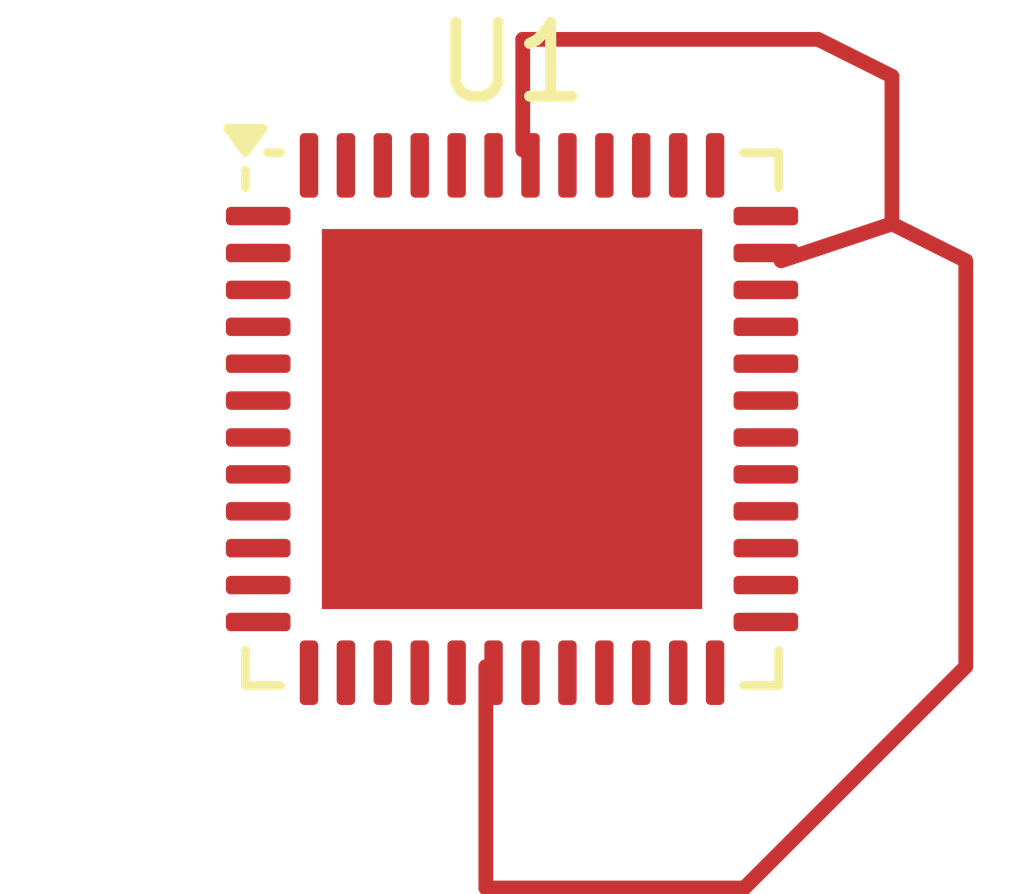
<source format=kicad_pcb>
(kicad_pcb (version 20240108) (generator "pcbnew") (generator_version "8.0")
  (layers (0 "F.Cu" signal) (31 "B.Cu" signal) (34 "B.Paste" user) (35 "F.Paste" user) (36 "B.SilkS" user "B.Silkscreen") (37 "F.SilkS" user "F.Silkscreen") (38 "B.Mask" user) (39 "F.Mask" user) (44 "Edge.Cuts" user))
  (net 0 "")
  (net 11 "Net-(U1-GND-Pad18)")
  (net 46 "+3.3V")
  (footprint "Package_DFN_QFN:QFN-48-1EP_7x7mm_P0.5mm_EP5.15x5.15mm" (layer "F.Cu") (at 85.355 75.645)
    (property "Reference" "U1" (at 0 -4.83 0) (layer "F.SilkS"))
    (property "Value" "ATSAMD21G17A-M")
    (fp_line (start -3.61 -3.135) (end -3.61 -3.37) (stroke (width 0.12)) (layer "F.SilkS"))
    (fp_line (start -3.61 3.61) (end -3.61 3.135) (stroke (width 0.12)) (layer "F.SilkS"))
    (fp_line (start -3.135 -3.61) (end -3.31 -3.61) (stroke (width 0.12)) (layer "F.SilkS"))
    (fp_line (start -3.135 3.61) (end -3.61 3.61) (stroke (width 0.12)) (layer "F.SilkS"))
    (fp_line (start 3.135 -3.61) (end 3.61 -3.61) (stroke (width 0.12)) (layer "F.SilkS"))
    (fp_line (start 3.135 3.61) (end 3.61 3.61) (stroke (width 0.12)) (layer "F.SilkS"))
    (fp_line (start 3.61 -3.61) (end 3.61 -3.135) (stroke (width 0.12)) (layer "F.SilkS"))
    (fp_line (start 3.61 3.61) (end 3.61 3.135) (stroke (width 0.12)) (layer "F.SilkS"))
    (fp_poly (pts (xy -3.61 -3.61) (xy -3.85 -3.94) (xy -3.37 -3.94) (xy -3.61 -3.61)) (stroke (width 0.12)) (fill solid) (layer "F.SilkS"))
    (pad "1" smd roundrect (at -3.4375 -2.75) (size 0.875 0.25) (layers "F.Cu" "F.Paste" "F.Mask"))
    (pad "2" smd roundrect (at -3.4375 -2.25) (size 0.875 0.25) (layers "F.Cu" "F.Paste" "F.Mask"))
    (pad "3" smd roundrect (at -3.4375 -1.75) (size 0.875 0.25) (layers "F.Cu" "F.Paste" "F.Mask"))
    (pad "4" smd roundrect (at -3.4375 -1.25) (size 0.875 0.25) (layers "F.Cu" "F.Paste" "F.Mask"))
    (pad "5" smd roundrect (at -3.4375 -0.75) (size 0.875 0.25) (layers "F.Cu" "F.Paste" "F.Mask"))
    (pad "6" smd roundrect (at -3.4375 -0.25) (size 0.875 0.25) (layers "F.Cu" "F.Paste" "F.Mask"))
    (pad "7" smd roundrect (at -3.4375 0.25) (size 0.875 0.25) (layers "F.Cu" "F.Paste" "F.Mask"))
    (pad "8" smd roundrect (at -3.4375 0.75) (size 0.875 0.25) (layers "F.Cu" "F.Paste" "F.Mask"))
    (pad "9" smd roundrect (at -3.4375 1.25) (size 0.875 0.25) (layers "F.Cu" "F.Paste" "F.Mask"))
    (pad "10" smd roundrect (at -3.4375 1.75) (size 0.875 0.25) (layers "F.Cu" "F.Paste" "F.Mask"))
    (pad "11" smd roundrect (at -3.4375 2.25) (size 0.875 0.25) (layers "F.Cu" "F.Paste" "F.Mask"))
    (pad "12" smd roundrect (at -3.4375 2.75) (size 0.875 0.25) (layers "F.Cu" "F.Paste" "F.Mask"))
    (pad "13" smd roundrect (at -2.75 3.4375) (size 0.25 0.875) (layers "F.Cu" "F.Paste" "F.Mask"))
    (pad "14" smd roundrect (at -2.25 3.4375) (size 0.25 0.875) (layers "F.Cu" "F.Paste" "F.Mask"))
    (pad "15" smd roundrect (at -1.75 3.4375) (size 0.25 0.875) (layers "F.Cu" "F.Paste" "F.Mask"))
    (pad "16" smd roundrect (at -1.25 3.4375) (size 0.25 0.875) (layers "F.Cu" "F.Paste" "F.Mask"))
    (pad "17" smd roundrect (at -0.75 3.4375) (size 0.25 0.875) (layers "F.Cu" "F.Paste" "F.Mask"))
    (pad "18" smd roundrect (at -0.25 3.4375) (size 0.25 0.875) (layers "F.Cu" "F.Paste" "F.Mask") (net 11 "Net-(U1-GND-Pad18)"))
    (pad "19" smd roundrect (at 0.25 3.4375) (size 0.25 0.875) (layers "F.Cu" "F.Paste" "F.Mask"))
    (pad "20" smd roundrect (at 0.75 3.4375) (size 0.25 0.875) (layers "F.Cu" "F.Paste" "F.Mask"))
    (pad "21" smd roundrect (at 1.25 3.4375) (size 0.25 0.875) (layers "F.Cu" "F.Paste" "F.Mask"))
    (pad "22" smd roundrect (at 1.75 3.4375) (size 0.25 0.875) (layers "F.Cu" "F.Paste" "F.Mask"))
    (pad "23" smd roundrect (at 2.25 3.4375) (size 0.25 0.875) (layers "F.Cu" "F.Paste" "F.Mask"))
    (pad "24" smd roundrect (at 2.75 3.4375) (size 0.25 0.875) (layers "F.Cu" "F.Paste" "F.Mask"))
    (pad "25" smd roundrect (at 3.4375 2.75) (size 0.875 0.25) (layers "F.Cu" "F.Paste" "F.Mask"))
    (pad "26" smd roundrect (at 3.4375 2.25) (size 0.875 0.25) (layers "F.Cu" "F.Paste" "F.Mask"))
    (pad "27" smd roundrect (at 3.4375 1.75) (size 0.875 0.25) (layers "F.Cu" "F.Paste" "F.Mask"))
    (pad "28" smd roundrect (at 3.4375 1.25) (size 0.875 0.25) (layers "F.Cu" "F.Paste" "F.Mask"))
    (pad "29" smd roundrect (at 3.4375 0.75) (size 0.875 0.25) (layers "F.Cu" "F.Paste" "F.Mask"))
    (pad "30" smd roundrect (at 3.4375 0.25) (size 0.875 0.25) (layers "F.Cu" "F.Paste" "F.Mask"))
    (pad "31" smd roundrect (at 3.4375 -0.25) (size 0.875 0.25) (layers "F.Cu" "F.Paste" "F.Mask"))
    (pad "32" smd roundrect (at 3.4375 -0.75) (size 0.875 0.25) (layers "F.Cu" "F.Paste" "F.Mask"))
    (pad "33" smd roundrect (at 3.4375 -1.25) (size 0.875 0.25) (layers "F.Cu" "F.Paste" "F.Mask"))
    (pad "34" smd roundrect (at 3.4375 -1.75) (size 0.875 0.25) (layers "F.Cu" "F.Paste" "F.Mask"))
    (pad "35" smd roundrect (at 3.4375 -2.25) (size 0.875 0.25) (layers "F.Cu" "F.Paste" "F.Mask") (net 11 "Net-(U1-GND-Pad18)"))
    (pad "36" smd roundrect (at 3.4375 -2.75) (size 0.875 0.25) (layers "F.Cu" "F.Paste" "F.Mask"))
    (pad "37" smd roundrect (at 2.75 -3.4375) (size 0.25 0.875) (layers "F.Cu" "F.Paste" "F.Mask"))
    (pad "38" smd roundrect (at 2.25 -3.4375) (size 0.25 0.875) (layers "F.Cu" "F.Paste" "F.Mask"))
    (pad "39" smd roundrect (at 1.75 -3.4375) (size 0.25 0.875) (layers "F.Cu" "F.Paste" "F.Mask"))
    (pad "40" smd roundrect (at 1.25 -3.4375) (size 0.25 0.875) (layers "F.Cu" "F.Paste" "F.Mask"))
    (pad "41" smd roundrect (at 0.75 -3.4375) (size 0.25 0.875) (layers "F.Cu" "F.Paste" "F.Mask"))
    (pad "42" smd roundrect (at 0.25 -3.4375) (size 0.25 0.875) (layers "F.Cu" "F.Paste" "F.Mask") (net 11 "Net-(U1-GND-Pad18)"))
    (pad "43" smd roundrect (at -0.25 -3.4375) (size 0.25 0.875) (layers "F.Cu" "F.Paste" "F.Mask") (net 46 "+3.3V"))
    (pad "44" smd roundrect (at -0.75 -3.4375) (size 0.25 0.875) (layers "F.Cu" "F.Paste" "F.Mask") (net 46 "+3.3V"))
    (pad "45" smd roundrect (at -1.25 -3.4375) (size 0.25 0.875) (layers "F.Cu" "F.Paste" "F.Mask"))
    (pad "46" smd roundrect (at -1.75 -3.4375) (size 0.25 0.875) (layers "F.Cu" "F.Paste" "F.Mask"))
    (pad "47" smd roundrect (at -2.25 -3.4375) (size 0.25 0.875) (layers "F.Cu" "F.Paste" "F.Mask"))
    (pad "48" smd roundrect (at -2.75 -3.4375) (size 0.25 0.875) (layers "F.Cu" "F.Paste" "F.Mask"))
    (pad "49" smd rect (at 0 0) (size 5.15 5.15) (property pad_prop_heatsink) (layers "F.Cu" "F.Mask"))
  )
  (gr_line (start 89.5 70.5) (end 90.5 71) (stroke (width 0.2)) (layer "F.Cu") (net 11))
  (gr_line (start 90.5 71) (end 90.5 73) (stroke (width 0.2)) (layer "F.Cu") (net 11))
  (gr_line (start 85.5 70.5) (end 89.5 70.5) (stroke (width 0.2)) (layer "F.Cu") (net 11))
  (gr_line (start 85 79) (end 85 82) (stroke (width 0.2)) (layer "F.Cu") (net 11))
  (gr_line (start 85.5 72) (end 85.5 70.5) (stroke (width 0.2)) (layer "F.Cu") (net 11))
  (gr_line (start 91.5 79) (end 91.5 73.5) (stroke (width 0.2)) (layer "F.Cu") (net 11))
  (gr_line (start 85 82) (end 88.5 82) (stroke (width 0.2)) (layer "F.Cu") (net 11))
  (gr_line (start 91.5 73.5) (end 90.5 73) (stroke (width 0.2)) (layer "F.Cu") (net 11))
  (gr_line (start 89 73.5) (end 90.5 73) (stroke (width 0.2)) (layer "F.Cu") (net 11))
  (gr_line (start 88.5 82) (end 91.5 79) (stroke (width 0.2)) (layer "F.Cu") (net 11))
  (gr_line (start 90.5 73) (end 89 73.5) (stroke (width 0.2)) (layer "F.Cu") (net 11))
)
</source>
